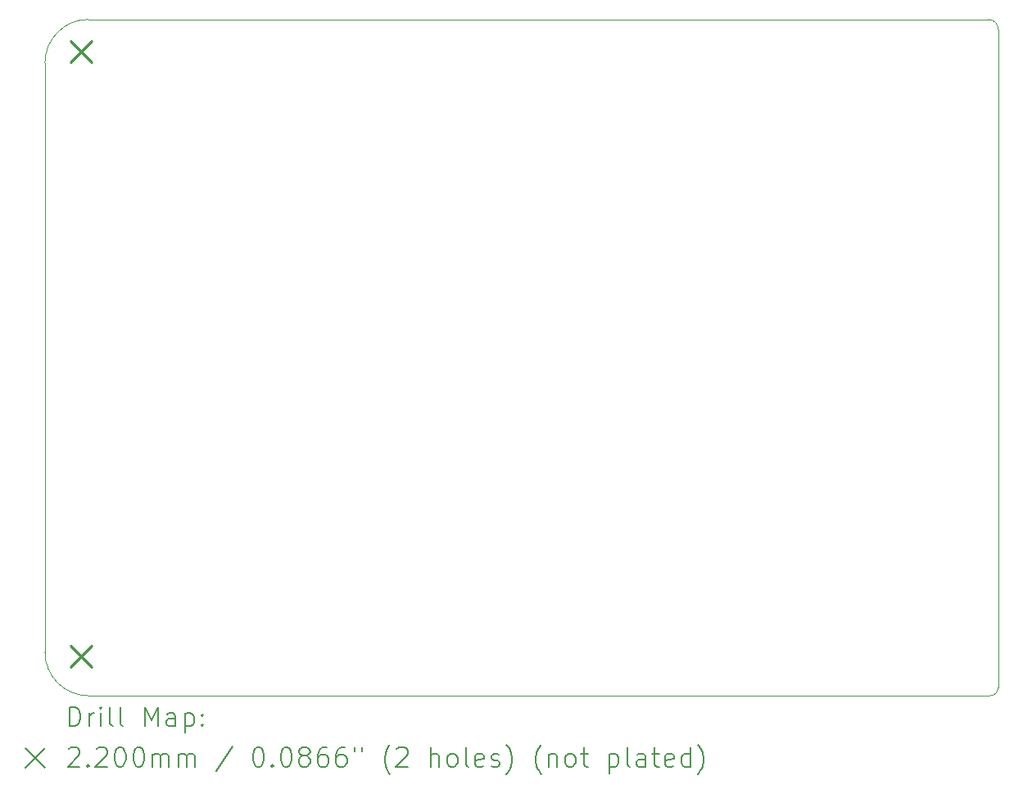
<source format=gbr>
%FSLAX45Y45*%
G04 Gerber Fmt 4.5, Leading zero omitted, Abs format (unit mm)*
G04 Created by KiCad (PCBNEW (6.0.6-1)-1) date 2022-07-06 12:40:32*
%MOMM*%
%LPD*%
G01*
G04 APERTURE LIST*
%TA.AperFunction,Profile*%
%ADD10C,0.050000*%
%TD*%
%ADD11C,0.200000*%
%ADD12C,0.220000*%
G04 APERTURE END LIST*
D10*
X14528000Y-6166711D02*
X14528000Y-12967000D01*
X14528000Y-6166711D02*
G75*
G03*
X14428000Y-6066081I-100632J0D01*
G01*
X14440000Y-13055000D02*
X5124000Y-13054000D01*
X5124000Y-6065681D02*
X14428000Y-6066081D01*
X4673600Y-6516081D02*
X4674001Y-12603001D01*
X14440000Y-13055000D02*
G75*
G03*
X14528000Y-12967000I0J88000D01*
G01*
X5124000Y-6065681D02*
G75*
G03*
X4673600Y-6516081I0J-450400D01*
G01*
X4674001Y-12603001D02*
G75*
G03*
X5124000Y-13054000I449999J-999D01*
G01*
D11*
D12*
X4940000Y-6290800D02*
X5160000Y-6510800D01*
X5160000Y-6290800D02*
X4940000Y-6510800D01*
X4940000Y-12540000D02*
X5160000Y-12760000D01*
X5160000Y-12540000D02*
X4940000Y-12760000D01*
D11*
X4928719Y-13367976D02*
X4928719Y-13167976D01*
X4976338Y-13167976D01*
X5004910Y-13177500D01*
X5023957Y-13196548D01*
X5033481Y-13215595D01*
X5043005Y-13253690D01*
X5043005Y-13282262D01*
X5033481Y-13320357D01*
X5023957Y-13339405D01*
X5004910Y-13358452D01*
X4976338Y-13367976D01*
X4928719Y-13367976D01*
X5128719Y-13367976D02*
X5128719Y-13234643D01*
X5128719Y-13272738D02*
X5138243Y-13253690D01*
X5147767Y-13244167D01*
X5166814Y-13234643D01*
X5185862Y-13234643D01*
X5252529Y-13367976D02*
X5252529Y-13234643D01*
X5252529Y-13167976D02*
X5243005Y-13177500D01*
X5252529Y-13187024D01*
X5262052Y-13177500D01*
X5252529Y-13167976D01*
X5252529Y-13187024D01*
X5376338Y-13367976D02*
X5357290Y-13358452D01*
X5347767Y-13339405D01*
X5347767Y-13167976D01*
X5481100Y-13367976D02*
X5462052Y-13358452D01*
X5452529Y-13339405D01*
X5452529Y-13167976D01*
X5709671Y-13367976D02*
X5709671Y-13167976D01*
X5776338Y-13310833D01*
X5843005Y-13167976D01*
X5843005Y-13367976D01*
X6023957Y-13367976D02*
X6023957Y-13263214D01*
X6014433Y-13244167D01*
X5995386Y-13234643D01*
X5957290Y-13234643D01*
X5938243Y-13244167D01*
X6023957Y-13358452D02*
X6004909Y-13367976D01*
X5957290Y-13367976D01*
X5938243Y-13358452D01*
X5928719Y-13339405D01*
X5928719Y-13320357D01*
X5938243Y-13301309D01*
X5957290Y-13291786D01*
X6004909Y-13291786D01*
X6023957Y-13282262D01*
X6119195Y-13234643D02*
X6119195Y-13434643D01*
X6119195Y-13244167D02*
X6138243Y-13234643D01*
X6176338Y-13234643D01*
X6195386Y-13244167D01*
X6204909Y-13253690D01*
X6214433Y-13272738D01*
X6214433Y-13329881D01*
X6204909Y-13348928D01*
X6195386Y-13358452D01*
X6176338Y-13367976D01*
X6138243Y-13367976D01*
X6119195Y-13358452D01*
X6300148Y-13348928D02*
X6309671Y-13358452D01*
X6300148Y-13367976D01*
X6290624Y-13358452D01*
X6300148Y-13348928D01*
X6300148Y-13367976D01*
X6300148Y-13244167D02*
X6309671Y-13253690D01*
X6300148Y-13263214D01*
X6290624Y-13253690D01*
X6300148Y-13244167D01*
X6300148Y-13263214D01*
X4471100Y-13597500D02*
X4671100Y-13797500D01*
X4671100Y-13597500D02*
X4471100Y-13797500D01*
X4919195Y-13607024D02*
X4928719Y-13597500D01*
X4947767Y-13587976D01*
X4995386Y-13587976D01*
X5014433Y-13597500D01*
X5023957Y-13607024D01*
X5033481Y-13626071D01*
X5033481Y-13645119D01*
X5023957Y-13673690D01*
X4909671Y-13787976D01*
X5033481Y-13787976D01*
X5119195Y-13768928D02*
X5128719Y-13778452D01*
X5119195Y-13787976D01*
X5109671Y-13778452D01*
X5119195Y-13768928D01*
X5119195Y-13787976D01*
X5204910Y-13607024D02*
X5214433Y-13597500D01*
X5233481Y-13587976D01*
X5281100Y-13587976D01*
X5300148Y-13597500D01*
X5309671Y-13607024D01*
X5319195Y-13626071D01*
X5319195Y-13645119D01*
X5309671Y-13673690D01*
X5195386Y-13787976D01*
X5319195Y-13787976D01*
X5443005Y-13587976D02*
X5462052Y-13587976D01*
X5481100Y-13597500D01*
X5490624Y-13607024D01*
X5500148Y-13626071D01*
X5509671Y-13664167D01*
X5509671Y-13711786D01*
X5500148Y-13749881D01*
X5490624Y-13768928D01*
X5481100Y-13778452D01*
X5462052Y-13787976D01*
X5443005Y-13787976D01*
X5423957Y-13778452D01*
X5414433Y-13768928D01*
X5404910Y-13749881D01*
X5395386Y-13711786D01*
X5395386Y-13664167D01*
X5404910Y-13626071D01*
X5414433Y-13607024D01*
X5423957Y-13597500D01*
X5443005Y-13587976D01*
X5633481Y-13587976D02*
X5652528Y-13587976D01*
X5671576Y-13597500D01*
X5681100Y-13607024D01*
X5690624Y-13626071D01*
X5700148Y-13664167D01*
X5700148Y-13711786D01*
X5690624Y-13749881D01*
X5681100Y-13768928D01*
X5671576Y-13778452D01*
X5652528Y-13787976D01*
X5633481Y-13787976D01*
X5614433Y-13778452D01*
X5604909Y-13768928D01*
X5595386Y-13749881D01*
X5585862Y-13711786D01*
X5585862Y-13664167D01*
X5595386Y-13626071D01*
X5604909Y-13607024D01*
X5614433Y-13597500D01*
X5633481Y-13587976D01*
X5785862Y-13787976D02*
X5785862Y-13654643D01*
X5785862Y-13673690D02*
X5795386Y-13664167D01*
X5814433Y-13654643D01*
X5843005Y-13654643D01*
X5862052Y-13664167D01*
X5871576Y-13683214D01*
X5871576Y-13787976D01*
X5871576Y-13683214D02*
X5881100Y-13664167D01*
X5900148Y-13654643D01*
X5928719Y-13654643D01*
X5947767Y-13664167D01*
X5957290Y-13683214D01*
X5957290Y-13787976D01*
X6052528Y-13787976D02*
X6052528Y-13654643D01*
X6052528Y-13673690D02*
X6062052Y-13664167D01*
X6081100Y-13654643D01*
X6109671Y-13654643D01*
X6128719Y-13664167D01*
X6138243Y-13683214D01*
X6138243Y-13787976D01*
X6138243Y-13683214D02*
X6147767Y-13664167D01*
X6166814Y-13654643D01*
X6195386Y-13654643D01*
X6214433Y-13664167D01*
X6223957Y-13683214D01*
X6223957Y-13787976D01*
X6614433Y-13578452D02*
X6443005Y-13835595D01*
X6871576Y-13587976D02*
X6890624Y-13587976D01*
X6909671Y-13597500D01*
X6919195Y-13607024D01*
X6928719Y-13626071D01*
X6938243Y-13664167D01*
X6938243Y-13711786D01*
X6928719Y-13749881D01*
X6919195Y-13768928D01*
X6909671Y-13778452D01*
X6890624Y-13787976D01*
X6871576Y-13787976D01*
X6852528Y-13778452D01*
X6843005Y-13768928D01*
X6833481Y-13749881D01*
X6823957Y-13711786D01*
X6823957Y-13664167D01*
X6833481Y-13626071D01*
X6843005Y-13607024D01*
X6852528Y-13597500D01*
X6871576Y-13587976D01*
X7023957Y-13768928D02*
X7033481Y-13778452D01*
X7023957Y-13787976D01*
X7014433Y-13778452D01*
X7023957Y-13768928D01*
X7023957Y-13787976D01*
X7157290Y-13587976D02*
X7176338Y-13587976D01*
X7195386Y-13597500D01*
X7204909Y-13607024D01*
X7214433Y-13626071D01*
X7223957Y-13664167D01*
X7223957Y-13711786D01*
X7214433Y-13749881D01*
X7204909Y-13768928D01*
X7195386Y-13778452D01*
X7176338Y-13787976D01*
X7157290Y-13787976D01*
X7138243Y-13778452D01*
X7128719Y-13768928D01*
X7119195Y-13749881D01*
X7109671Y-13711786D01*
X7109671Y-13664167D01*
X7119195Y-13626071D01*
X7128719Y-13607024D01*
X7138243Y-13597500D01*
X7157290Y-13587976D01*
X7338243Y-13673690D02*
X7319195Y-13664167D01*
X7309671Y-13654643D01*
X7300148Y-13635595D01*
X7300148Y-13626071D01*
X7309671Y-13607024D01*
X7319195Y-13597500D01*
X7338243Y-13587976D01*
X7376338Y-13587976D01*
X7395386Y-13597500D01*
X7404909Y-13607024D01*
X7414433Y-13626071D01*
X7414433Y-13635595D01*
X7404909Y-13654643D01*
X7395386Y-13664167D01*
X7376338Y-13673690D01*
X7338243Y-13673690D01*
X7319195Y-13683214D01*
X7309671Y-13692738D01*
X7300148Y-13711786D01*
X7300148Y-13749881D01*
X7309671Y-13768928D01*
X7319195Y-13778452D01*
X7338243Y-13787976D01*
X7376338Y-13787976D01*
X7395386Y-13778452D01*
X7404909Y-13768928D01*
X7414433Y-13749881D01*
X7414433Y-13711786D01*
X7404909Y-13692738D01*
X7395386Y-13683214D01*
X7376338Y-13673690D01*
X7585862Y-13587976D02*
X7547767Y-13587976D01*
X7528719Y-13597500D01*
X7519195Y-13607024D01*
X7500148Y-13635595D01*
X7490624Y-13673690D01*
X7490624Y-13749881D01*
X7500148Y-13768928D01*
X7509671Y-13778452D01*
X7528719Y-13787976D01*
X7566814Y-13787976D01*
X7585862Y-13778452D01*
X7595386Y-13768928D01*
X7604909Y-13749881D01*
X7604909Y-13702262D01*
X7595386Y-13683214D01*
X7585862Y-13673690D01*
X7566814Y-13664167D01*
X7528719Y-13664167D01*
X7509671Y-13673690D01*
X7500148Y-13683214D01*
X7490624Y-13702262D01*
X7776338Y-13587976D02*
X7738243Y-13587976D01*
X7719195Y-13597500D01*
X7709671Y-13607024D01*
X7690624Y-13635595D01*
X7681100Y-13673690D01*
X7681100Y-13749881D01*
X7690624Y-13768928D01*
X7700148Y-13778452D01*
X7719195Y-13787976D01*
X7757290Y-13787976D01*
X7776338Y-13778452D01*
X7785862Y-13768928D01*
X7795386Y-13749881D01*
X7795386Y-13702262D01*
X7785862Y-13683214D01*
X7776338Y-13673690D01*
X7757290Y-13664167D01*
X7719195Y-13664167D01*
X7700148Y-13673690D01*
X7690624Y-13683214D01*
X7681100Y-13702262D01*
X7871576Y-13587976D02*
X7871576Y-13626071D01*
X7947767Y-13587976D02*
X7947767Y-13626071D01*
X8243005Y-13864167D02*
X8233481Y-13854643D01*
X8214433Y-13826071D01*
X8204909Y-13807024D01*
X8195386Y-13778452D01*
X8185862Y-13730833D01*
X8185862Y-13692738D01*
X8195386Y-13645119D01*
X8204909Y-13616548D01*
X8214433Y-13597500D01*
X8233481Y-13568928D01*
X8243005Y-13559405D01*
X8309671Y-13607024D02*
X8319195Y-13597500D01*
X8338243Y-13587976D01*
X8385862Y-13587976D01*
X8404910Y-13597500D01*
X8414433Y-13607024D01*
X8423957Y-13626071D01*
X8423957Y-13645119D01*
X8414433Y-13673690D01*
X8300148Y-13787976D01*
X8423957Y-13787976D01*
X8662052Y-13787976D02*
X8662052Y-13587976D01*
X8747767Y-13787976D02*
X8747767Y-13683214D01*
X8738243Y-13664167D01*
X8719195Y-13654643D01*
X8690624Y-13654643D01*
X8671576Y-13664167D01*
X8662052Y-13673690D01*
X8871576Y-13787976D02*
X8852529Y-13778452D01*
X8843005Y-13768928D01*
X8833481Y-13749881D01*
X8833481Y-13692738D01*
X8843005Y-13673690D01*
X8852529Y-13664167D01*
X8871576Y-13654643D01*
X8900148Y-13654643D01*
X8919195Y-13664167D01*
X8928719Y-13673690D01*
X8938243Y-13692738D01*
X8938243Y-13749881D01*
X8928719Y-13768928D01*
X8919195Y-13778452D01*
X8900148Y-13787976D01*
X8871576Y-13787976D01*
X9052529Y-13787976D02*
X9033481Y-13778452D01*
X9023957Y-13759405D01*
X9023957Y-13587976D01*
X9204910Y-13778452D02*
X9185862Y-13787976D01*
X9147767Y-13787976D01*
X9128719Y-13778452D01*
X9119195Y-13759405D01*
X9119195Y-13683214D01*
X9128719Y-13664167D01*
X9147767Y-13654643D01*
X9185862Y-13654643D01*
X9204910Y-13664167D01*
X9214433Y-13683214D01*
X9214433Y-13702262D01*
X9119195Y-13721309D01*
X9290624Y-13778452D02*
X9309671Y-13787976D01*
X9347767Y-13787976D01*
X9366814Y-13778452D01*
X9376338Y-13759405D01*
X9376338Y-13749881D01*
X9366814Y-13730833D01*
X9347767Y-13721309D01*
X9319195Y-13721309D01*
X9300148Y-13711786D01*
X9290624Y-13692738D01*
X9290624Y-13683214D01*
X9300148Y-13664167D01*
X9319195Y-13654643D01*
X9347767Y-13654643D01*
X9366814Y-13664167D01*
X9443005Y-13864167D02*
X9452529Y-13854643D01*
X9471576Y-13826071D01*
X9481100Y-13807024D01*
X9490624Y-13778452D01*
X9500148Y-13730833D01*
X9500148Y-13692738D01*
X9490624Y-13645119D01*
X9481100Y-13616548D01*
X9471576Y-13597500D01*
X9452529Y-13568928D01*
X9443005Y-13559405D01*
X9804910Y-13864167D02*
X9795386Y-13854643D01*
X9776338Y-13826071D01*
X9766814Y-13807024D01*
X9757290Y-13778452D01*
X9747767Y-13730833D01*
X9747767Y-13692738D01*
X9757290Y-13645119D01*
X9766814Y-13616548D01*
X9776338Y-13597500D01*
X9795386Y-13568928D01*
X9804910Y-13559405D01*
X9881100Y-13654643D02*
X9881100Y-13787976D01*
X9881100Y-13673690D02*
X9890624Y-13664167D01*
X9909671Y-13654643D01*
X9938243Y-13654643D01*
X9957290Y-13664167D01*
X9966814Y-13683214D01*
X9966814Y-13787976D01*
X10090624Y-13787976D02*
X10071576Y-13778452D01*
X10062052Y-13768928D01*
X10052529Y-13749881D01*
X10052529Y-13692738D01*
X10062052Y-13673690D01*
X10071576Y-13664167D01*
X10090624Y-13654643D01*
X10119195Y-13654643D01*
X10138243Y-13664167D01*
X10147767Y-13673690D01*
X10157290Y-13692738D01*
X10157290Y-13749881D01*
X10147767Y-13768928D01*
X10138243Y-13778452D01*
X10119195Y-13787976D01*
X10090624Y-13787976D01*
X10214433Y-13654643D02*
X10290624Y-13654643D01*
X10243005Y-13587976D02*
X10243005Y-13759405D01*
X10252529Y-13778452D01*
X10271576Y-13787976D01*
X10290624Y-13787976D01*
X10509671Y-13654643D02*
X10509671Y-13854643D01*
X10509671Y-13664167D02*
X10528719Y-13654643D01*
X10566814Y-13654643D01*
X10585862Y-13664167D01*
X10595386Y-13673690D01*
X10604910Y-13692738D01*
X10604910Y-13749881D01*
X10595386Y-13768928D01*
X10585862Y-13778452D01*
X10566814Y-13787976D01*
X10528719Y-13787976D01*
X10509671Y-13778452D01*
X10719195Y-13787976D02*
X10700148Y-13778452D01*
X10690624Y-13759405D01*
X10690624Y-13587976D01*
X10881100Y-13787976D02*
X10881100Y-13683214D01*
X10871576Y-13664167D01*
X10852529Y-13654643D01*
X10814433Y-13654643D01*
X10795386Y-13664167D01*
X10881100Y-13778452D02*
X10862052Y-13787976D01*
X10814433Y-13787976D01*
X10795386Y-13778452D01*
X10785862Y-13759405D01*
X10785862Y-13740357D01*
X10795386Y-13721309D01*
X10814433Y-13711786D01*
X10862052Y-13711786D01*
X10881100Y-13702262D01*
X10947767Y-13654643D02*
X11023957Y-13654643D01*
X10976338Y-13587976D02*
X10976338Y-13759405D01*
X10985862Y-13778452D01*
X11004910Y-13787976D01*
X11023957Y-13787976D01*
X11166814Y-13778452D02*
X11147767Y-13787976D01*
X11109671Y-13787976D01*
X11090624Y-13778452D01*
X11081100Y-13759405D01*
X11081100Y-13683214D01*
X11090624Y-13664167D01*
X11109671Y-13654643D01*
X11147767Y-13654643D01*
X11166814Y-13664167D01*
X11176338Y-13683214D01*
X11176338Y-13702262D01*
X11081100Y-13721309D01*
X11347767Y-13787976D02*
X11347767Y-13587976D01*
X11347767Y-13778452D02*
X11328719Y-13787976D01*
X11290624Y-13787976D01*
X11271576Y-13778452D01*
X11262052Y-13768928D01*
X11252528Y-13749881D01*
X11252528Y-13692738D01*
X11262052Y-13673690D01*
X11271576Y-13664167D01*
X11290624Y-13654643D01*
X11328719Y-13654643D01*
X11347767Y-13664167D01*
X11423957Y-13864167D02*
X11433481Y-13854643D01*
X11452528Y-13826071D01*
X11462052Y-13807024D01*
X11471576Y-13778452D01*
X11481100Y-13730833D01*
X11481100Y-13692738D01*
X11471576Y-13645119D01*
X11462052Y-13616548D01*
X11452528Y-13597500D01*
X11433481Y-13568928D01*
X11423957Y-13559405D01*
M02*

</source>
